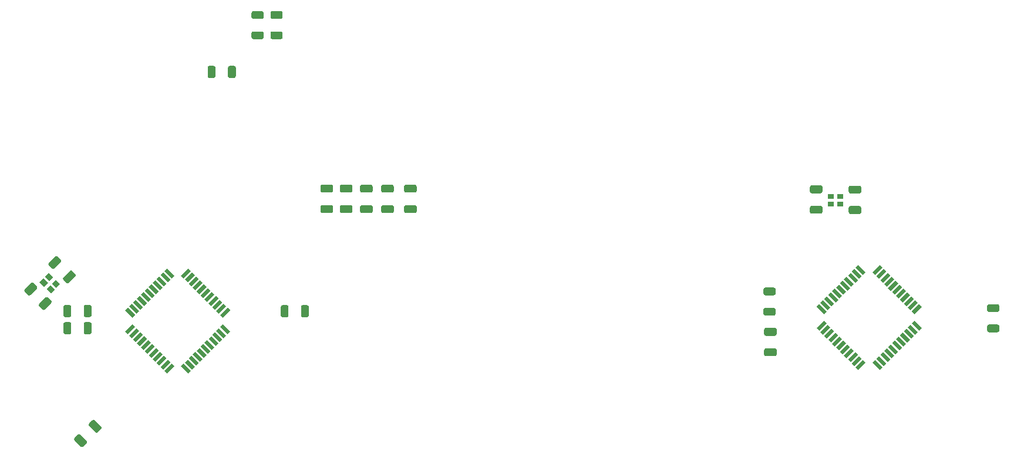
<source format=gbr>
%TF.GenerationSoftware,KiCad,Pcbnew,(5.1.10)-1*%
%TF.CreationDate,2021-08-09T17:58:55+02:00*%
%TF.ProjectId,T1,54312e6b-6963-4616-945f-706362585858,rev?*%
%TF.SameCoordinates,Original*%
%TF.FileFunction,Paste,Bot*%
%TF.FilePolarity,Positive*%
%FSLAX46Y46*%
G04 Gerber Fmt 4.6, Leading zero omitted, Abs format (unit mm)*
G04 Created by KiCad (PCBNEW (5.1.10)-1) date 2021-08-09 17:58:55*
%MOMM*%
%LPD*%
G01*
G04 APERTURE LIST*
%ADD10R,0.900000X0.800000*%
%ADD11C,0.100000*%
G04 APERTURE END LIST*
D10*
%TO.C,Y2*%
X183831000Y-73448000D03*
X185231000Y-73448000D03*
X185231000Y-72348000D03*
X183831000Y-72348000D03*
%TD*%
D11*
%TO.C,Y1*%
G36*
X72710990Y-84972304D02*
G01*
X72145304Y-85537990D01*
X71508908Y-84901594D01*
X72074594Y-84335908D01*
X72710990Y-84972304D01*
G37*
G36*
X71721041Y-83982355D02*
G01*
X71155355Y-84548041D01*
X70518959Y-83911645D01*
X71084645Y-83345959D01*
X71721041Y-83982355D01*
G37*
G36*
X70943224Y-84760172D02*
G01*
X70377538Y-85325858D01*
X69741142Y-84689462D01*
X70306828Y-84123776D01*
X70943224Y-84760172D01*
G37*
G36*
X71933173Y-85750121D02*
G01*
X71367487Y-86315807D01*
X70731091Y-85679411D01*
X71296777Y-85113725D01*
X71933173Y-85750121D01*
G37*
%TD*%
%TO.C,U2*%
G36*
X189834298Y-96312060D02*
G01*
X190223206Y-95923152D01*
X191283866Y-96983812D01*
X190894958Y-97372720D01*
X189834298Y-96312060D01*
G37*
G36*
X190399983Y-95746374D02*
G01*
X190788891Y-95357466D01*
X191849551Y-96418126D01*
X191460643Y-96807034D01*
X190399983Y-95746374D01*
G37*
G36*
X190965668Y-95180689D02*
G01*
X191354576Y-94791781D01*
X192415236Y-95852441D01*
X192026328Y-96241349D01*
X190965668Y-95180689D01*
G37*
G36*
X191531354Y-94615004D02*
G01*
X191920262Y-94226096D01*
X192980922Y-95286756D01*
X192592014Y-95675664D01*
X191531354Y-94615004D01*
G37*
G36*
X192097039Y-94049318D02*
G01*
X192485947Y-93660410D01*
X193546607Y-94721070D01*
X193157699Y-95109978D01*
X192097039Y-94049318D01*
G37*
G36*
X192662725Y-93483633D02*
G01*
X193051633Y-93094725D01*
X194112293Y-94155385D01*
X193723385Y-94544293D01*
X192662725Y-93483633D01*
G37*
G36*
X193228410Y-92917947D02*
G01*
X193617318Y-92529039D01*
X194677978Y-93589699D01*
X194289070Y-93978607D01*
X193228410Y-92917947D01*
G37*
G36*
X193794096Y-92352262D02*
G01*
X194183004Y-91963354D01*
X195243664Y-93024014D01*
X194854756Y-93412922D01*
X193794096Y-92352262D01*
G37*
G36*
X194359781Y-91786576D02*
G01*
X194748689Y-91397668D01*
X195809349Y-92458328D01*
X195420441Y-92847236D01*
X194359781Y-91786576D01*
G37*
G36*
X194925466Y-91220891D02*
G01*
X195314374Y-90831983D01*
X196375034Y-91892643D01*
X195986126Y-92281551D01*
X194925466Y-91220891D01*
G37*
G36*
X195491152Y-90655206D02*
G01*
X195880060Y-90266298D01*
X196940720Y-91326958D01*
X196551812Y-91715866D01*
X195491152Y-90655206D01*
G37*
G36*
X195880060Y-89311702D02*
G01*
X195491152Y-88922794D01*
X196551812Y-87862134D01*
X196940720Y-88251042D01*
X195880060Y-89311702D01*
G37*
G36*
X195314374Y-88746017D02*
G01*
X194925466Y-88357109D01*
X195986126Y-87296449D01*
X196375034Y-87685357D01*
X195314374Y-88746017D01*
G37*
G36*
X194748689Y-88180332D02*
G01*
X194359781Y-87791424D01*
X195420441Y-86730764D01*
X195809349Y-87119672D01*
X194748689Y-88180332D01*
G37*
G36*
X194183004Y-87614646D02*
G01*
X193794096Y-87225738D01*
X194854756Y-86165078D01*
X195243664Y-86553986D01*
X194183004Y-87614646D01*
G37*
G36*
X193617318Y-87048961D02*
G01*
X193228410Y-86660053D01*
X194289070Y-85599393D01*
X194677978Y-85988301D01*
X193617318Y-87048961D01*
G37*
G36*
X193051633Y-86483275D02*
G01*
X192662725Y-86094367D01*
X193723385Y-85033707D01*
X194112293Y-85422615D01*
X193051633Y-86483275D01*
G37*
G36*
X192485947Y-85917590D02*
G01*
X192097039Y-85528682D01*
X193157699Y-84468022D01*
X193546607Y-84856930D01*
X192485947Y-85917590D01*
G37*
G36*
X191920262Y-85351904D02*
G01*
X191531354Y-84962996D01*
X192592014Y-83902336D01*
X192980922Y-84291244D01*
X191920262Y-85351904D01*
G37*
G36*
X191354576Y-84786219D02*
G01*
X190965668Y-84397311D01*
X192026328Y-83336651D01*
X192415236Y-83725559D01*
X191354576Y-84786219D01*
G37*
G36*
X190788891Y-84220534D02*
G01*
X190399983Y-83831626D01*
X191460643Y-82770966D01*
X191849551Y-83159874D01*
X190788891Y-84220534D01*
G37*
G36*
X190223206Y-83654848D02*
G01*
X189834298Y-83265940D01*
X190894958Y-82205280D01*
X191283866Y-82594188D01*
X190223206Y-83654848D01*
G37*
G36*
X187430134Y-82594188D02*
G01*
X187819042Y-82205280D01*
X188879702Y-83265940D01*
X188490794Y-83654848D01*
X187430134Y-82594188D01*
G37*
G36*
X186864449Y-83159874D02*
G01*
X187253357Y-82770966D01*
X188314017Y-83831626D01*
X187925109Y-84220534D01*
X186864449Y-83159874D01*
G37*
G36*
X186298764Y-83725559D02*
G01*
X186687672Y-83336651D01*
X187748332Y-84397311D01*
X187359424Y-84786219D01*
X186298764Y-83725559D01*
G37*
G36*
X185733078Y-84291244D02*
G01*
X186121986Y-83902336D01*
X187182646Y-84962996D01*
X186793738Y-85351904D01*
X185733078Y-84291244D01*
G37*
G36*
X185167393Y-84856930D02*
G01*
X185556301Y-84468022D01*
X186616961Y-85528682D01*
X186228053Y-85917590D01*
X185167393Y-84856930D01*
G37*
G36*
X184601707Y-85422615D02*
G01*
X184990615Y-85033707D01*
X186051275Y-86094367D01*
X185662367Y-86483275D01*
X184601707Y-85422615D01*
G37*
G36*
X184036022Y-85988301D02*
G01*
X184424930Y-85599393D01*
X185485590Y-86660053D01*
X185096682Y-87048961D01*
X184036022Y-85988301D01*
G37*
G36*
X183470336Y-86553986D02*
G01*
X183859244Y-86165078D01*
X184919904Y-87225738D01*
X184530996Y-87614646D01*
X183470336Y-86553986D01*
G37*
G36*
X182904651Y-87119672D02*
G01*
X183293559Y-86730764D01*
X184354219Y-87791424D01*
X183965311Y-88180332D01*
X182904651Y-87119672D01*
G37*
G36*
X182338966Y-87685357D02*
G01*
X182727874Y-87296449D01*
X183788534Y-88357109D01*
X183399626Y-88746017D01*
X182338966Y-87685357D01*
G37*
G36*
X181773280Y-88251042D02*
G01*
X182162188Y-87862134D01*
X183222848Y-88922794D01*
X182833940Y-89311702D01*
X181773280Y-88251042D01*
G37*
G36*
X182162188Y-91715866D02*
G01*
X181773280Y-91326958D01*
X182833940Y-90266298D01*
X183222848Y-90655206D01*
X182162188Y-91715866D01*
G37*
G36*
X182727874Y-92281551D02*
G01*
X182338966Y-91892643D01*
X183399626Y-90831983D01*
X183788534Y-91220891D01*
X182727874Y-92281551D01*
G37*
G36*
X183293559Y-92847236D02*
G01*
X182904651Y-92458328D01*
X183965311Y-91397668D01*
X184354219Y-91786576D01*
X183293559Y-92847236D01*
G37*
G36*
X183859244Y-93412922D02*
G01*
X183470336Y-93024014D01*
X184530996Y-91963354D01*
X184919904Y-92352262D01*
X183859244Y-93412922D01*
G37*
G36*
X184424930Y-93978607D02*
G01*
X184036022Y-93589699D01*
X185096682Y-92529039D01*
X185485590Y-92917947D01*
X184424930Y-93978607D01*
G37*
G36*
X184990615Y-94544293D02*
G01*
X184601707Y-94155385D01*
X185662367Y-93094725D01*
X186051275Y-93483633D01*
X184990615Y-94544293D01*
G37*
G36*
X185556301Y-95109978D02*
G01*
X185167393Y-94721070D01*
X186228053Y-93660410D01*
X186616961Y-94049318D01*
X185556301Y-95109978D01*
G37*
G36*
X186121986Y-95675664D02*
G01*
X185733078Y-95286756D01*
X186793738Y-94226096D01*
X187182646Y-94615004D01*
X186121986Y-95675664D01*
G37*
G36*
X186687672Y-96241349D02*
G01*
X186298764Y-95852441D01*
X187359424Y-94791781D01*
X187748332Y-95180689D01*
X186687672Y-96241349D01*
G37*
G36*
X187253357Y-96807034D02*
G01*
X186864449Y-96418126D01*
X187925109Y-95357466D01*
X188314017Y-95746374D01*
X187253357Y-96807034D01*
G37*
G36*
X187819042Y-97372720D02*
G01*
X187430134Y-96983812D01*
X188490794Y-95923152D01*
X188879702Y-96312060D01*
X187819042Y-97372720D01*
G37*
%TD*%
%TO.C,U1*%
G36*
X90139298Y-96820060D02*
G01*
X90528206Y-96431152D01*
X91588866Y-97491812D01*
X91199958Y-97880720D01*
X90139298Y-96820060D01*
G37*
G36*
X90704983Y-96254374D02*
G01*
X91093891Y-95865466D01*
X92154551Y-96926126D01*
X91765643Y-97315034D01*
X90704983Y-96254374D01*
G37*
G36*
X91270668Y-95688689D02*
G01*
X91659576Y-95299781D01*
X92720236Y-96360441D01*
X92331328Y-96749349D01*
X91270668Y-95688689D01*
G37*
G36*
X91836354Y-95123004D02*
G01*
X92225262Y-94734096D01*
X93285922Y-95794756D01*
X92897014Y-96183664D01*
X91836354Y-95123004D01*
G37*
G36*
X92402039Y-94557318D02*
G01*
X92790947Y-94168410D01*
X93851607Y-95229070D01*
X93462699Y-95617978D01*
X92402039Y-94557318D01*
G37*
G36*
X92967725Y-93991633D02*
G01*
X93356633Y-93602725D01*
X94417293Y-94663385D01*
X94028385Y-95052293D01*
X92967725Y-93991633D01*
G37*
G36*
X93533410Y-93425947D02*
G01*
X93922318Y-93037039D01*
X94982978Y-94097699D01*
X94594070Y-94486607D01*
X93533410Y-93425947D01*
G37*
G36*
X94099096Y-92860262D02*
G01*
X94488004Y-92471354D01*
X95548664Y-93532014D01*
X95159756Y-93920922D01*
X94099096Y-92860262D01*
G37*
G36*
X94664781Y-92294576D02*
G01*
X95053689Y-91905668D01*
X96114349Y-92966328D01*
X95725441Y-93355236D01*
X94664781Y-92294576D01*
G37*
G36*
X95230466Y-91728891D02*
G01*
X95619374Y-91339983D01*
X96680034Y-92400643D01*
X96291126Y-92789551D01*
X95230466Y-91728891D01*
G37*
G36*
X95796152Y-91163206D02*
G01*
X96185060Y-90774298D01*
X97245720Y-91834958D01*
X96856812Y-92223866D01*
X95796152Y-91163206D01*
G37*
G36*
X96185060Y-89819702D02*
G01*
X95796152Y-89430794D01*
X96856812Y-88370134D01*
X97245720Y-88759042D01*
X96185060Y-89819702D01*
G37*
G36*
X95619374Y-89254017D02*
G01*
X95230466Y-88865109D01*
X96291126Y-87804449D01*
X96680034Y-88193357D01*
X95619374Y-89254017D01*
G37*
G36*
X95053689Y-88688332D02*
G01*
X94664781Y-88299424D01*
X95725441Y-87238764D01*
X96114349Y-87627672D01*
X95053689Y-88688332D01*
G37*
G36*
X94488004Y-88122646D02*
G01*
X94099096Y-87733738D01*
X95159756Y-86673078D01*
X95548664Y-87061986D01*
X94488004Y-88122646D01*
G37*
G36*
X93922318Y-87556961D02*
G01*
X93533410Y-87168053D01*
X94594070Y-86107393D01*
X94982978Y-86496301D01*
X93922318Y-87556961D01*
G37*
G36*
X93356633Y-86991275D02*
G01*
X92967725Y-86602367D01*
X94028385Y-85541707D01*
X94417293Y-85930615D01*
X93356633Y-86991275D01*
G37*
G36*
X92790947Y-86425590D02*
G01*
X92402039Y-86036682D01*
X93462699Y-84976022D01*
X93851607Y-85364930D01*
X92790947Y-86425590D01*
G37*
G36*
X92225262Y-85859904D02*
G01*
X91836354Y-85470996D01*
X92897014Y-84410336D01*
X93285922Y-84799244D01*
X92225262Y-85859904D01*
G37*
G36*
X91659576Y-85294219D02*
G01*
X91270668Y-84905311D01*
X92331328Y-83844651D01*
X92720236Y-84233559D01*
X91659576Y-85294219D01*
G37*
G36*
X91093891Y-84728534D02*
G01*
X90704983Y-84339626D01*
X91765643Y-83278966D01*
X92154551Y-83667874D01*
X91093891Y-84728534D01*
G37*
G36*
X90528206Y-84162848D02*
G01*
X90139298Y-83773940D01*
X91199958Y-82713280D01*
X91588866Y-83102188D01*
X90528206Y-84162848D01*
G37*
G36*
X87735134Y-83102188D02*
G01*
X88124042Y-82713280D01*
X89184702Y-83773940D01*
X88795794Y-84162848D01*
X87735134Y-83102188D01*
G37*
G36*
X87169449Y-83667874D02*
G01*
X87558357Y-83278966D01*
X88619017Y-84339626D01*
X88230109Y-84728534D01*
X87169449Y-83667874D01*
G37*
G36*
X86603764Y-84233559D02*
G01*
X86992672Y-83844651D01*
X88053332Y-84905311D01*
X87664424Y-85294219D01*
X86603764Y-84233559D01*
G37*
G36*
X86038078Y-84799244D02*
G01*
X86426986Y-84410336D01*
X87487646Y-85470996D01*
X87098738Y-85859904D01*
X86038078Y-84799244D01*
G37*
G36*
X85472393Y-85364930D02*
G01*
X85861301Y-84976022D01*
X86921961Y-86036682D01*
X86533053Y-86425590D01*
X85472393Y-85364930D01*
G37*
G36*
X84906707Y-85930615D02*
G01*
X85295615Y-85541707D01*
X86356275Y-86602367D01*
X85967367Y-86991275D01*
X84906707Y-85930615D01*
G37*
G36*
X84341022Y-86496301D02*
G01*
X84729930Y-86107393D01*
X85790590Y-87168053D01*
X85401682Y-87556961D01*
X84341022Y-86496301D01*
G37*
G36*
X83775336Y-87061986D02*
G01*
X84164244Y-86673078D01*
X85224904Y-87733738D01*
X84835996Y-88122646D01*
X83775336Y-87061986D01*
G37*
G36*
X83209651Y-87627672D02*
G01*
X83598559Y-87238764D01*
X84659219Y-88299424D01*
X84270311Y-88688332D01*
X83209651Y-87627672D01*
G37*
G36*
X82643966Y-88193357D02*
G01*
X83032874Y-87804449D01*
X84093534Y-88865109D01*
X83704626Y-89254017D01*
X82643966Y-88193357D01*
G37*
G36*
X82078280Y-88759042D02*
G01*
X82467188Y-88370134D01*
X83527848Y-89430794D01*
X83138940Y-89819702D01*
X82078280Y-88759042D01*
G37*
G36*
X82467188Y-92223866D02*
G01*
X82078280Y-91834958D01*
X83138940Y-90774298D01*
X83527848Y-91163206D01*
X82467188Y-92223866D01*
G37*
G36*
X83032874Y-92789551D02*
G01*
X82643966Y-92400643D01*
X83704626Y-91339983D01*
X84093534Y-91728891D01*
X83032874Y-92789551D01*
G37*
G36*
X83598559Y-93355236D02*
G01*
X83209651Y-92966328D01*
X84270311Y-91905668D01*
X84659219Y-92294576D01*
X83598559Y-93355236D01*
G37*
G36*
X84164244Y-93920922D02*
G01*
X83775336Y-93532014D01*
X84835996Y-92471354D01*
X85224904Y-92860262D01*
X84164244Y-93920922D01*
G37*
G36*
X84729930Y-94486607D02*
G01*
X84341022Y-94097699D01*
X85401682Y-93037039D01*
X85790590Y-93425947D01*
X84729930Y-94486607D01*
G37*
G36*
X85295615Y-95052293D02*
G01*
X84906707Y-94663385D01*
X85967367Y-93602725D01*
X86356275Y-93991633D01*
X85295615Y-95052293D01*
G37*
G36*
X85861301Y-95617978D02*
G01*
X85472393Y-95229070D01*
X86533053Y-94168410D01*
X86921961Y-94557318D01*
X85861301Y-95617978D01*
G37*
G36*
X86426986Y-96183664D02*
G01*
X86038078Y-95794756D01*
X87098738Y-94734096D01*
X87487646Y-95123004D01*
X86426986Y-96183664D01*
G37*
G36*
X86992672Y-96749349D02*
G01*
X86603764Y-96360441D01*
X87664424Y-95299781D01*
X88053332Y-95688689D01*
X86992672Y-96749349D01*
G37*
G36*
X87558357Y-97315034D02*
G01*
X87169449Y-96926126D01*
X88230109Y-95865466D01*
X88619017Y-96254374D01*
X87558357Y-97315034D01*
G37*
G36*
X88124042Y-97880720D02*
G01*
X87735134Y-97491812D01*
X88795794Y-96431152D01*
X89184702Y-96820060D01*
X88124042Y-97880720D01*
G37*
%TD*%
%TO.C,R8*%
G36*
G01*
X100562247Y-48493250D02*
X101812253Y-48493250D01*
G75*
G02*
X102062250Y-48743247I0J-249997D01*
G01*
X102062250Y-49368253D01*
G75*
G02*
X101812253Y-49618250I-249997J0D01*
G01*
X100562247Y-49618250D01*
G75*
G02*
X100312250Y-49368253I0J249997D01*
G01*
X100312250Y-48743247D01*
G75*
G02*
X100562247Y-48493250I249997J0D01*
G01*
G37*
G36*
G01*
X100562247Y-45568250D02*
X101812253Y-45568250D01*
G75*
G02*
X102062250Y-45818247I0J-249997D01*
G01*
X102062250Y-46443253D01*
G75*
G02*
X101812253Y-46693250I-249997J0D01*
G01*
X100562247Y-46693250D01*
G75*
G02*
X100312250Y-46443253I0J249997D01*
G01*
X100312250Y-45818247D01*
G75*
G02*
X100562247Y-45568250I249997J0D01*
G01*
G37*
%TD*%
%TO.C,R7*%
G36*
G01*
X103292747Y-48493250D02*
X104542753Y-48493250D01*
G75*
G02*
X104792750Y-48743247I0J-249997D01*
G01*
X104792750Y-49368253D01*
G75*
G02*
X104542753Y-49618250I-249997J0D01*
G01*
X103292747Y-49618250D01*
G75*
G02*
X103042750Y-49368253I0J249997D01*
G01*
X103042750Y-48743247D01*
G75*
G02*
X103292747Y-48493250I249997J0D01*
G01*
G37*
G36*
G01*
X103292747Y-45568250D02*
X104542753Y-45568250D01*
G75*
G02*
X104792750Y-45818247I0J-249997D01*
G01*
X104792750Y-46443253D01*
G75*
G02*
X104542753Y-46693250I-249997J0D01*
G01*
X103292747Y-46693250D01*
G75*
G02*
X103042750Y-46443253I0J249997D01*
G01*
X103042750Y-45818247D01*
G75*
G02*
X103292747Y-45568250I249997J0D01*
G01*
G37*
%TD*%
%TO.C,R6*%
G36*
G01*
X206638997Y-90816000D02*
X207889003Y-90816000D01*
G75*
G02*
X208139000Y-91065997I0J-249997D01*
G01*
X208139000Y-91691003D01*
G75*
G02*
X207889003Y-91941000I-249997J0D01*
G01*
X206638997Y-91941000D01*
G75*
G02*
X206389000Y-91691003I0J249997D01*
G01*
X206389000Y-91065997D01*
G75*
G02*
X206638997Y-90816000I249997J0D01*
G01*
G37*
G36*
G01*
X206638997Y-87891000D02*
X207889003Y-87891000D01*
G75*
G02*
X208139000Y-88140997I0J-249997D01*
G01*
X208139000Y-88766003D01*
G75*
G02*
X207889003Y-89016000I-249997J0D01*
G01*
X206638997Y-89016000D01*
G75*
G02*
X206389000Y-88766003I0J249997D01*
G01*
X206389000Y-88140997D01*
G75*
G02*
X206638997Y-87891000I249997J0D01*
G01*
G37*
%TD*%
%TO.C,R5*%
G36*
G01*
X174380997Y-88403000D02*
X175631003Y-88403000D01*
G75*
G02*
X175881000Y-88652997I0J-249997D01*
G01*
X175881000Y-89278003D01*
G75*
G02*
X175631003Y-89528000I-249997J0D01*
G01*
X174380997Y-89528000D01*
G75*
G02*
X174131000Y-89278003I0J249997D01*
G01*
X174131000Y-88652997D01*
G75*
G02*
X174380997Y-88403000I249997J0D01*
G01*
G37*
G36*
G01*
X174380997Y-85478000D02*
X175631003Y-85478000D01*
G75*
G02*
X175881000Y-85727997I0J-249997D01*
G01*
X175881000Y-86353003D01*
G75*
G02*
X175631003Y-86603000I-249997J0D01*
G01*
X174380997Y-86603000D01*
G75*
G02*
X174131000Y-86353003I0J249997D01*
G01*
X174131000Y-85727997D01*
G75*
G02*
X174380997Y-85478000I249997J0D01*
G01*
G37*
%TD*%
%TO.C,R4*%
G36*
G01*
X107453000Y-89525003D02*
X107453000Y-88274997D01*
G75*
G02*
X107702997Y-88025000I249997J0D01*
G01*
X108328003Y-88025000D01*
G75*
G02*
X108578000Y-88274997I0J-249997D01*
G01*
X108578000Y-89525003D01*
G75*
G02*
X108328003Y-89775000I-249997J0D01*
G01*
X107702997Y-89775000D01*
G75*
G02*
X107453000Y-89525003I0J249997D01*
G01*
G37*
G36*
G01*
X104528000Y-89525003D02*
X104528000Y-88274997D01*
G75*
G02*
X104777997Y-88025000I249997J0D01*
G01*
X105403003Y-88025000D01*
G75*
G02*
X105653000Y-88274997I0J-249997D01*
G01*
X105653000Y-89525003D01*
G75*
G02*
X105403003Y-89775000I-249997J0D01*
G01*
X104777997Y-89775000D01*
G75*
G02*
X104528000Y-89525003I0J249997D01*
G01*
G37*
%TD*%
%TO.C,R3*%
G36*
G01*
X74315750Y-88243247D02*
X74315750Y-89493253D01*
G75*
G02*
X74065753Y-89743250I-249997J0D01*
G01*
X73440747Y-89743250D01*
G75*
G02*
X73190750Y-89493253I0J249997D01*
G01*
X73190750Y-88243247D01*
G75*
G02*
X73440747Y-87993250I249997J0D01*
G01*
X74065753Y-87993250D01*
G75*
G02*
X74315750Y-88243247I0J-249997D01*
G01*
G37*
G36*
G01*
X77240750Y-88243247D02*
X77240750Y-89493253D01*
G75*
G02*
X76990753Y-89743250I-249997J0D01*
G01*
X76365747Y-89743250D01*
G75*
G02*
X76115750Y-89493253I0J249997D01*
G01*
X76115750Y-88243247D01*
G75*
G02*
X76365747Y-87993250I249997J0D01*
G01*
X76990753Y-87993250D01*
G75*
G02*
X77240750Y-88243247I0J-249997D01*
G01*
G37*
%TD*%
%TO.C,R2*%
G36*
G01*
X74315750Y-90719747D02*
X74315750Y-91969753D01*
G75*
G02*
X74065753Y-92219750I-249997J0D01*
G01*
X73440747Y-92219750D01*
G75*
G02*
X73190750Y-91969753I0J249997D01*
G01*
X73190750Y-90719747D01*
G75*
G02*
X73440747Y-90469750I249997J0D01*
G01*
X74065753Y-90469750D01*
G75*
G02*
X74315750Y-90719747I0J-249997D01*
G01*
G37*
G36*
G01*
X77240750Y-90719747D02*
X77240750Y-91969753D01*
G75*
G02*
X76990753Y-92219750I-249997J0D01*
G01*
X76365747Y-92219750D01*
G75*
G02*
X76115750Y-91969753I0J249997D01*
G01*
X76115750Y-90719747D01*
G75*
G02*
X76365747Y-90469750I249997J0D01*
G01*
X76990753Y-90469750D01*
G75*
G02*
X77240750Y-90719747I0J-249997D01*
G01*
G37*
%TD*%
%TO.C,R1*%
G36*
G01*
X95112000Y-53730997D02*
X95112000Y-54981003D01*
G75*
G02*
X94862003Y-55231000I-249997J0D01*
G01*
X94236997Y-55231000D01*
G75*
G02*
X93987000Y-54981003I0J249997D01*
G01*
X93987000Y-53730997D01*
G75*
G02*
X94236997Y-53481000I249997J0D01*
G01*
X94862003Y-53481000D01*
G75*
G02*
X95112000Y-53730997I0J-249997D01*
G01*
G37*
G36*
G01*
X98037000Y-53730997D02*
X98037000Y-54981003D01*
G75*
G02*
X97787003Y-55231000I-249997J0D01*
G01*
X97161997Y-55231000D01*
G75*
G02*
X96912000Y-54981003I0J249997D01*
G01*
X96912000Y-53730997D01*
G75*
G02*
X97161997Y-53481000I249997J0D01*
G01*
X97787003Y-53481000D01*
G75*
G02*
X98037000Y-53730997I0J-249997D01*
G01*
G37*
%TD*%
%TO.C,C11*%
G36*
G01*
X175783001Y-92445000D02*
X174482999Y-92445000D01*
G75*
G02*
X174233000Y-92195001I0J249999D01*
G01*
X174233000Y-91544999D01*
G75*
G02*
X174482999Y-91295000I249999J0D01*
G01*
X175783001Y-91295000D01*
G75*
G02*
X176033000Y-91544999I0J-249999D01*
G01*
X176033000Y-92195001D01*
G75*
G02*
X175783001Y-92445000I-249999J0D01*
G01*
G37*
G36*
G01*
X175783001Y-95395000D02*
X174482999Y-95395000D01*
G75*
G02*
X174233000Y-95145001I0J249999D01*
G01*
X174233000Y-94494999D01*
G75*
G02*
X174482999Y-94245000I249999J0D01*
G01*
X175783001Y-94245000D01*
G75*
G02*
X176033000Y-94494999I0J-249999D01*
G01*
X176033000Y-95145001D01*
G75*
G02*
X175783001Y-95395000I-249999J0D01*
G01*
G37*
%TD*%
%TO.C,C10*%
G36*
G01*
X181086999Y-73671000D02*
X182387001Y-73671000D01*
G75*
G02*
X182637000Y-73920999I0J-249999D01*
G01*
X182637000Y-74571001D01*
G75*
G02*
X182387001Y-74821000I-249999J0D01*
G01*
X181086999Y-74821000D01*
G75*
G02*
X180837000Y-74571001I0J249999D01*
G01*
X180837000Y-73920999D01*
G75*
G02*
X181086999Y-73671000I249999J0D01*
G01*
G37*
G36*
G01*
X181086999Y-70721000D02*
X182387001Y-70721000D01*
G75*
G02*
X182637000Y-70970999I0J-249999D01*
G01*
X182637000Y-71621001D01*
G75*
G02*
X182387001Y-71871000I-249999J0D01*
G01*
X181086999Y-71871000D01*
G75*
G02*
X180837000Y-71621001I0J249999D01*
G01*
X180837000Y-70970999D01*
G75*
G02*
X181086999Y-70721000I249999J0D01*
G01*
G37*
%TD*%
%TO.C,C9*%
G36*
G01*
X187975001Y-71920000D02*
X186674999Y-71920000D01*
G75*
G02*
X186425000Y-71670001I0J249999D01*
G01*
X186425000Y-71019999D01*
G75*
G02*
X186674999Y-70770000I249999J0D01*
G01*
X187975001Y-70770000D01*
G75*
G02*
X188225000Y-71019999I0J-249999D01*
G01*
X188225000Y-71670001D01*
G75*
G02*
X187975001Y-71920000I-249999J0D01*
G01*
G37*
G36*
G01*
X187975001Y-74870000D02*
X186674999Y-74870000D01*
G75*
G02*
X186425000Y-74620001I0J249999D01*
G01*
X186425000Y-73969999D01*
G75*
G02*
X186674999Y-73720000I249999J0D01*
G01*
X187975001Y-73720000D01*
G75*
G02*
X188225000Y-73969999I0J-249999D01*
G01*
X188225000Y-74620001D01*
G75*
G02*
X187975001Y-74870000I-249999J0D01*
G01*
G37*
%TD*%
%TO.C,C8*%
G36*
G01*
X77804017Y-106376224D02*
X76884776Y-105456983D01*
G75*
G02*
X76884776Y-105103431I176776J176776D01*
G01*
X77344397Y-104643810D01*
G75*
G02*
X77697949Y-104643810I176776J-176776D01*
G01*
X78617190Y-105563051D01*
G75*
G02*
X78617190Y-105916603I-176776J-176776D01*
G01*
X78157569Y-106376224D01*
G75*
G02*
X77804017Y-106376224I-176776J176776D01*
G01*
G37*
G36*
G01*
X75718051Y-108462190D02*
X74798810Y-107542949D01*
G75*
G02*
X74798810Y-107189397I176776J176776D01*
G01*
X75258431Y-106729776D01*
G75*
G02*
X75611983Y-106729776I176776J-176776D01*
G01*
X76531224Y-107649017D01*
G75*
G02*
X76531224Y-108002569I-176776J-176776D01*
G01*
X76071603Y-108462190D01*
G75*
G02*
X75718051Y-108462190I-176776J176776D01*
G01*
G37*
%TD*%
%TO.C,C7*%
G36*
G01*
X69341224Y-85644983D02*
X68421983Y-86564224D01*
G75*
G02*
X68068431Y-86564224I-176776J176776D01*
G01*
X67608810Y-86104603D01*
G75*
G02*
X67608810Y-85751051I176776J176776D01*
G01*
X68528051Y-84831810D01*
G75*
G02*
X68881603Y-84831810I176776J-176776D01*
G01*
X69341224Y-85291431D01*
G75*
G02*
X69341224Y-85644983I-176776J-176776D01*
G01*
G37*
G36*
G01*
X71427190Y-87730949D02*
X70507949Y-88650190D01*
G75*
G02*
X70154397Y-88650190I-176776J176776D01*
G01*
X69694776Y-88190569D01*
G75*
G02*
X69694776Y-87837017I176776J176776D01*
G01*
X70614017Y-86917776D01*
G75*
G02*
X70967569Y-86917776I176776J-176776D01*
G01*
X71427190Y-87377397D01*
G75*
G02*
X71427190Y-87730949I-176776J-176776D01*
G01*
G37*
%TD*%
%TO.C,C6*%
G36*
G01*
X73174793Y-84000034D02*
X74094034Y-83080793D01*
G75*
G02*
X74447586Y-83080793I176776J-176776D01*
G01*
X74907207Y-83540414D01*
G75*
G02*
X74907207Y-83893966I-176776J-176776D01*
G01*
X73987966Y-84813207D01*
G75*
G02*
X73634414Y-84813207I-176776J176776D01*
G01*
X73174793Y-84353586D01*
G75*
G02*
X73174793Y-84000034I176776J176776D01*
G01*
G37*
G36*
G01*
X71088827Y-81914068D02*
X72008068Y-80994827D01*
G75*
G02*
X72361620Y-80994827I176776J-176776D01*
G01*
X72821241Y-81454448D01*
G75*
G02*
X72821241Y-81808000I-176776J-176776D01*
G01*
X71902000Y-82727241D01*
G75*
G02*
X71548448Y-82727241I-176776J176776D01*
G01*
X71088827Y-82267620D01*
G75*
G02*
X71088827Y-81914068I176776J176776D01*
G01*
G37*
%TD*%
%TO.C,C5*%
G36*
G01*
X111806751Y-71775750D02*
X110506749Y-71775750D01*
G75*
G02*
X110256750Y-71525751I0J249999D01*
G01*
X110256750Y-70875749D01*
G75*
G02*
X110506749Y-70625750I249999J0D01*
G01*
X111806751Y-70625750D01*
G75*
G02*
X112056750Y-70875749I0J-249999D01*
G01*
X112056750Y-71525751D01*
G75*
G02*
X111806751Y-71775750I-249999J0D01*
G01*
G37*
G36*
G01*
X111806751Y-74725750D02*
X110506749Y-74725750D01*
G75*
G02*
X110256750Y-74475751I0J249999D01*
G01*
X110256750Y-73825749D01*
G75*
G02*
X110506749Y-73575750I249999J0D01*
G01*
X111806751Y-73575750D01*
G75*
G02*
X112056750Y-73825749I0J-249999D01*
G01*
X112056750Y-74475751D01*
G75*
G02*
X111806751Y-74725750I-249999J0D01*
G01*
G37*
%TD*%
%TO.C,C4*%
G36*
G01*
X114600751Y-71775750D02*
X113300749Y-71775750D01*
G75*
G02*
X113050750Y-71525751I0J249999D01*
G01*
X113050750Y-70875749D01*
G75*
G02*
X113300749Y-70625750I249999J0D01*
G01*
X114600751Y-70625750D01*
G75*
G02*
X114850750Y-70875749I0J-249999D01*
G01*
X114850750Y-71525751D01*
G75*
G02*
X114600751Y-71775750I-249999J0D01*
G01*
G37*
G36*
G01*
X114600751Y-74725750D02*
X113300749Y-74725750D01*
G75*
G02*
X113050750Y-74475751I0J249999D01*
G01*
X113050750Y-73825749D01*
G75*
G02*
X113300749Y-73575750I249999J0D01*
G01*
X114600751Y-73575750D01*
G75*
G02*
X114850750Y-73825749I0J-249999D01*
G01*
X114850750Y-74475751D01*
G75*
G02*
X114600751Y-74725750I-249999J0D01*
G01*
G37*
%TD*%
%TO.C,C3*%
G36*
G01*
X117521751Y-71775750D02*
X116221749Y-71775750D01*
G75*
G02*
X115971750Y-71525751I0J249999D01*
G01*
X115971750Y-70875749D01*
G75*
G02*
X116221749Y-70625750I249999J0D01*
G01*
X117521751Y-70625750D01*
G75*
G02*
X117771750Y-70875749I0J-249999D01*
G01*
X117771750Y-71525751D01*
G75*
G02*
X117521751Y-71775750I-249999J0D01*
G01*
G37*
G36*
G01*
X117521751Y-74725750D02*
X116221749Y-74725750D01*
G75*
G02*
X115971750Y-74475751I0J249999D01*
G01*
X115971750Y-73825749D01*
G75*
G02*
X116221749Y-73575750I249999J0D01*
G01*
X117521751Y-73575750D01*
G75*
G02*
X117771750Y-73825749I0J-249999D01*
G01*
X117771750Y-74475751D01*
G75*
G02*
X117521751Y-74725750I-249999J0D01*
G01*
G37*
%TD*%
%TO.C,C2*%
G36*
G01*
X120569751Y-71775750D02*
X119269749Y-71775750D01*
G75*
G02*
X119019750Y-71525751I0J249999D01*
G01*
X119019750Y-70875749D01*
G75*
G02*
X119269749Y-70625750I249999J0D01*
G01*
X120569751Y-70625750D01*
G75*
G02*
X120819750Y-70875749I0J-249999D01*
G01*
X120819750Y-71525751D01*
G75*
G02*
X120569751Y-71775750I-249999J0D01*
G01*
G37*
G36*
G01*
X120569751Y-74725750D02*
X119269749Y-74725750D01*
G75*
G02*
X119019750Y-74475751I0J249999D01*
G01*
X119019750Y-73825749D01*
G75*
G02*
X119269749Y-73575750I249999J0D01*
G01*
X120569751Y-73575750D01*
G75*
G02*
X120819750Y-73825749I0J-249999D01*
G01*
X120819750Y-74475751D01*
G75*
G02*
X120569751Y-74725750I-249999J0D01*
G01*
G37*
%TD*%
%TO.C,C1*%
G36*
G01*
X123871751Y-71775750D02*
X122571749Y-71775750D01*
G75*
G02*
X122321750Y-71525751I0J249999D01*
G01*
X122321750Y-70875749D01*
G75*
G02*
X122571749Y-70625750I249999J0D01*
G01*
X123871751Y-70625750D01*
G75*
G02*
X124121750Y-70875749I0J-249999D01*
G01*
X124121750Y-71525751D01*
G75*
G02*
X123871751Y-71775750I-249999J0D01*
G01*
G37*
G36*
G01*
X123871751Y-74725750D02*
X122571749Y-74725750D01*
G75*
G02*
X122321750Y-74475751I0J249999D01*
G01*
X122321750Y-73825749D01*
G75*
G02*
X122571749Y-73575750I249999J0D01*
G01*
X123871751Y-73575750D01*
G75*
G02*
X124121750Y-73825749I0J-249999D01*
G01*
X124121750Y-74475751D01*
G75*
G02*
X123871751Y-74725750I-249999J0D01*
G01*
G37*
%TD*%
M02*

</source>
